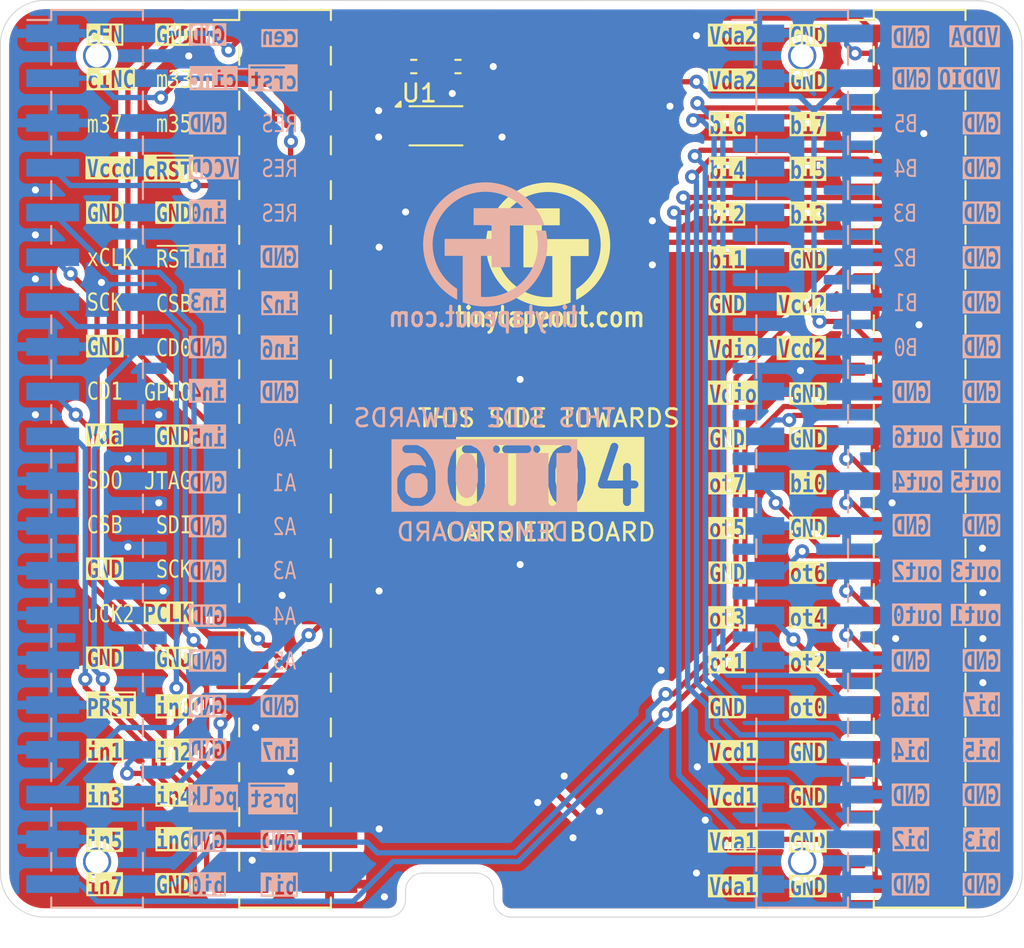
<source format=kicad_pcb>
(kicad_pcb (version 20240108) (generator "pcbnew") (generator_version "8.0")
  (layers (0 "F.Cu" signal) (31 "B.Cu" signal) (34 "B.Paste" user) (35 "F.Paste" user) (36 "B.SilkS" user "B.Silkscreen") (37 "F.SilkS" user "F.Silkscreen") (38 "B.Mask" user) (39 "F.Mask" user) (44 "Edge.Cuts" user))
  (net 0 "")
  (net 1 "GND")
  (net 2 "vdda")
  (net 3 "vccd")
  (net 4 "vddio")
  (net 5 "/hd_an5")
  (net 6 "/RES3")
  (net 7 "/hd_an1")
  (net 8 "/RES2")
  (net 9 "/hd_an2")
  (net 10 "/hd_an4")
  (net 11 "/hd_an3")
  (net 12 "/RES1")
  (net 13 "/hd_an0")
  (net 14 "/hd_an10")
  (net 15 "/hd_an11")
  (net 16 "/hd_an9")
  (net 17 "/hd_an6")
  (net 18 "/hd_an8")
  (net 19 "/hd_an7")
  (net 20 "c_ena")
  (net 21 "c_sel_rst")
  (net 22 "/xclk")
  (net 23 "/mio[33]")
  (net 24 "uin2")
  (net 25 "uin5")
  (net 26 "/JTAG{slash}mio[0]")
  (net 27 "uin4")
  (net 28 "/gpio")
  (net 29 "/Caravel_D0")
  (net 30 "/~{RST}")
  (net 31 "/SDI{slash}mio[2]")
  (net 32 "p_clk")
  (net 33 "c_sel_inc")
  (net 34 "/Caravel_CSB")
  (net 35 "/Caravel_SCK")
  (net 36 "/CSB{slash}mio[3]")
  (net 37 "uin1")
  (net 38 "/SDO{slash}mio[1]")
  (net 39 "uin3")
  (net 40 "/Caravel_D1")
  (net 41 "/SCK{slash}mio[4]")
  (net 42 "/usrclk2{slash}mio[5]")
  (net 43 "/mio[37]")
  (net 44 "p_rst")
  (net 45 "uin0")
  (net 46 "uin7")
  (net 47 "/mio[35]")
  (net 48 "uin6")
  (net 49 "uout1")
  (net 50 "uio3")
  (net 51 "uio4")
  (net 52 "uio6")
  (net 53 "uio5")
  (net 54 "uout3")
  (net 55 "uio2")
  (net 56 "uout4")
  (net 57 "uout6")
  (net 58 "uout5")
  (net 59 "uout7")
  (net 60 "uio0")
  (net 61 "uio1")
  (net 62 "uio7")
  (net 63 "uout0")
  (net 64 "uout2")
  (footprint "Resistor_SMD:R_0402_1005Metric" (layer "F.Cu") (at 121.465 90.75)
    (property "Reference" "R1" (hide yes))
    (property "Value" "1k")
  )
  (footprint "Connector_PinHeader_2.54mm:PinHeader_2x20_P2.54mm_Vertical_SMD" (layer "F.Cu") (at 150.163 113)
    (property "Reference" "TT04_CON2" (hide yes))
    (property "Value" "~")
  )
  (footprint "Package_DFN_QFN:DFN-8-1EP_3x2mm_P0.5mm_EP1.75x1.45mm" (layer "F.Cu") (at 122.725 94.1125)
    (property "Reference" "U1")
    (property "Value" "24LC02")
  )
  (footprint "Logos:TT_logo" (layer "F.Cu") (at 129.125 100.9)
    (property "Reference" "TTLOGO" (hide yes))
    (property "Value" "TT_logo" (hide yes))
  )
  (footprint "Connector_PinHeader_2.54mm:PinHeader_2x20_P2.54mm_Vertical_SMD" (layer "F.Cu") (at 114.163 113)
    (property "Reference" "TT04_CON1" (hide yes))
    (property "Value" "~")
  )
  (footprint "Resistor_SMD:R_0402_1005Metric" (layer "F.Cu") (at 123.975 90.75)
    (property "Reference" "R2" (hide yes))
    (property "Value" "1k")
  )
  (footprint "TinyTapeout:FH-00148_PinSocket_2x20_P2.54mm" (layer "B.Cu") (at 143.5 113 180)
    (property "Reference" "TT06_CON2" (hide yes))
    (property "Value" "~")
  )
  (footprint "TinyTapeout:FH-00148_PinSocket_2x20_P2.54mm" (layer "B.Cu") (at 103.5 113 180)
    (property "Reference" "TT06_CON1" (hide yes))
    (property "Value" "~")
  )
  (footprint "Logos:TT_logo" (layer "B.Cu") (at 125.48 100.89 180)
    (property "Reference" "TTLOGO" (hide yes))
    (property "Value" "TT_logo" (hide yes))
  )
  (gr_arc (start 121 137.5) (mid 121.292893 136.792893) (end 122 136.5) (stroke (width 0.05)) (layer "Edge.Cuts"))
  (gr_arc (start 127 139) (mid 126.292893 138.707107) (end 126 138) (stroke (width 0.05)) (layer "Edge.Cuts"))
  (gr_line (start 126 138) (end 126 137.5) (stroke (width 0.05)) (layer "Edge.Cuts"))
  (gr_arc (start 100.517767 139) (mid 98.75 138.267767) (end 98.017767 136.5) (stroke (width 0.05)) (layer "Edge.Cuts"))
  (gr_arc (start 98.017767 89.5) (mid 98.75 87.732233) (end 100.517767 87) (stroke (width 0.05)) (layer "Edge.Cuts"))
  (gr_arc (start 125 136.5) (mid 125.707107 136.792893) (end 126 137.5) (stroke (width 0.05)) (layer "Edge.Cuts"))
  (gr_line (start 100.517767 87) (end 153.482233 87.018) (stroke (width 0.05)) (layer "Edge.Cuts"))
  (gr_line (start 153.482233 139) (end 127 139) (stroke (width 0.05)) (layer "Edge.Cuts"))
  (gr_arc (start 121 138) (mid 120.707107 138.707107) (end 120 139) (stroke (width 0.05)) (layer "Edge.Cuts"))
  (gr_line (start 100.517767 139) (end 120 139) (stroke (width 0.05)) (layer "Edge.Cuts"))
  (gr_line (start 121 137.5) (end 121 138) (stroke (width 0.05)) (layer "Edge.Cuts"))
  (gr_line (start 98.017767 136.5) (end 98.017767 89.5) (stroke (width 0.05)) (layer "Edge.Cuts"))
  (gr_arc (start 155.982233 136.5) (mid 155.25 138.267767) (end 153.482233 139) (stroke (width 0.05)) (layer "Edge.Cuts"))
  (gr_arc (start 153.482233 87.018) (mid 155.237272 87.744961) (end 155.964233 89.5) (stroke (width 0.05)) (layer "Edge.Cuts"))
  (gr_line (start 125 136.5) (end 122 136.5) (stroke (width 0.05)) (layer "Edge.Cuts"))
  (gr_line (start 155.964233 89.5) (end 155.982233 136.5) (stroke (width 0.05)) (layer "Edge.Cuts"))
  (gr_text "GND" (at 114.8588 127.7112 -0) (layer "B.SilkS" knockout) (effects (font (size 1 0.8) (thickness 0.127) (bold yes)) (justify left bottom mirror)))
  (gr_text "GND" (at 108.7628 135.345727 -0) (layer "B.SilkS" knockout) (effects (font (size 1 0.8) (thickness 0.127) (bold yes)) (justify right bottom mirror)))
  (gr_text "VDDA" (at 154.6352 89.7128 -0) (layer "B.SilkS" knockout) (effects (font (size 1 0.8) (thickness 0.127) (bold yes)) (justify left bottom mirror)))
  (gr_text "bi1" (at 114.8588 137.8892 -0) (layer "B.SilkS" knockout) (effects (font (size 1 0.8) (thickness 0.127) (bold yes)) (justify left bottom mirror)))
  (gr_text "GND" (at 108.7628 107.3404 -0) (layer "B.SilkS" knockout) (effects (font (size 1 0.8) (thickness 0.127) (bold yes)) (justify right bottom mirror)))
  (gr_text "GND" (at 148.6408 89.74 -0) (layer "B.SilkS" knockout) (effects (font (size 1 0.8) (thickness 0.127) (bold yes)) (justify right bottom mirror)))
  (gr_text "in7" (at 114.8588 130.2512 -0) (layer "B.SilkS" knockout) (effects (font (size 1 0.8) (thickness 0.127) (bold yes)) (justify left bottom mirror)))
  (gr_text "A2" (at 114.808 117.5004 0) (layer "B.SilkS") (effects (font (size 1 0.8) (thickness 0.1)) (justify left bottom mirror)))
  (gr_text "GND" (at 154.686 125.1204 -0) (layer "B.SilkS" knockout) (effects (font (size 1 0.8) (thickness 0.127) (bold yes)) (justify left bottom mirror)))
  (gr_text "tinytapeout.com" (at 125.405 105.59 0) (layer "B.SilkS") (effects (font (size 1.1 0.9) (thickness 0.18) (bold yes)) (justify bottom mirror)))
  (gr_text "GND" (at 108.7628 125.1204 -0) (layer "B.SilkS" knockout) (effects (font (size 1 0.8) (thickness 0.127) (bold yes)) (justify right bottom mirror)))
  (gr_text "VCCD" (at 108.7628 97.187595 -0) (layer "B.SilkS" knockout) (effects (font (size 1 0.8) (thickness 0.127) (bold yes)) (justify right bottom mirror)))
  (gr_text "bi4" (at 148.6408 130.2512 -0) (layer "B.SilkS" knockout) (effects (font (size 1 0.8) (thickness 0.127) (bold yes)) (justify right bottom mirror)))
  (gr_text "out2" (at 148.6408 120.0404 -0) (layer "B.SilkS" knockout) (effects (font (size 1 0.8) (thickness 0.127) (bold yes)) (justify right bottom mirror)))
  (gr_text "DEMO BOARD" (at 125.38 117.74 0) (layer "B.SilkS") (effects (font (size 1 1)) (justify bottom mirror)))
  (gr_text "GND" (at 108.7628 127.7112 -0) (layer "B.SilkS" knockout) (effects (font (size 1 0.8) (thickness 0.127) (bold yes)) (justify right bottom mirror)))
  (gr_text "in3" (at 108.7628 104.76399 -0) (layer "B.SilkS" knockout) (effects (font (size 1 0.8) (thickness 0.127) (bold yes)) (justify right bottom mirror)))
  (gr_text "GND" (at 154.686 132.7404 -0) (layer "B.SilkS" knockout) (effects (font (size 1 0.8) (thickness 0.127) (bold yes)) (justify left bottom mirror)))
  (gr_text "GND" (at 148.6408 137.8204 -0) (layer "B.SilkS" knockout) (effects (font (size 1 0.8) (thickness 0.127) (bold yes)) (justify right bottom mirror)))
  (gr_text "B3" (at 148.6408 99.7204 0) (layer "B.SilkS") (effects (font (size 1 0.8) (thickness 0.1)) (justify right bottom mirror)))
  (gr_text "A0" (at 114.808 112.4592 0) (layer "B.SilkS") (effects (font (size 1 0.8) (thickness 0.1)) (justify left bottom mirror)))
  (gr_text "RES" (at 114.8588 97.1804 0) (layer "B.SilkS") (effects (font (size 1 0.8) (thickness 0.1)) (justify left bottom mirror)))
  (gr_text "bi6" (at 148.6408 127.6604 -0) (layer "B.SilkS" knockout) (effects (font (size 1 0.8) (thickness 0.127) (bold yes)) (justify right bottom mirror)))
  (gr_text "GND" (at 108.7628 120.0404 -0) (layer "B.SilkS" knockout) (effects (font (size 1 0.8) (thickness 0.127) (bold yes)) (justify right bottom mirror)))
  (gr_text "in0" (at 108.7628 99.71306 -0) (layer "B.SilkS" knockout) (effects (font (size 1 0.8) (thickness 0.127) (bold yes)) (justify right bottom mirror)))
  (gr_text "GND" (at 148.6916 92.1004 -0) (layer "B.SilkS" knockout) (effects (font (size 1 0.8) (thickness 0.127) (bold yes)) (justify right bottom mirror)))
  (gr_text "B0" (at 148.6916 107.3404 0) (layer "B.SilkS") (effects (font (size 1 0.8) (thickness 0.1)) (justify right bottom mirror)))
  (gr_text "GND" (at 154.686 109.8804 -0) (layer "B.SilkS" knockout) (effects (font (size 1 0.8) (thickness 0.127) (bold yes)) (justify left bottom mirror)))
  (gr_text "B4" (at 148.6916 97.1804 0) (layer "B.SilkS") (effects (font (size 1 0.8) (thickness 0.1)) (justify right bottom mirror)))
  (gr_text "GND" (at 154.686 94.6404 -0) (layer "B.SilkS" knockout) (effects (font (size 1 0.8) (thickness 0.127) (bold yes)) (justify left bottom mirror)))
  (gr_text "GND" (at 148.6916 117.4496 -0) (layer "B.SilkS" knockout) (effects (font (size 1 0.8) (thickness 0.127) (bold yes)) (justify right bottom mirror)))
  (gr_text "GND" (at 148.6408 132.7404 -0) (layer "B.SilkS" knockout) (effects (font (size 1 0.8) (thickness 0.127) (bold yes)) (justify right bottom mirror)))
  (gr_text "GND" (at 114.8588 135.378254 -0) (layer "B.SilkS" knockout) (effects (font (size 1 0.8) (thickness 0.127) (bold yes)) (justify left bottom mirror)))
  (gr_text "GND" (at 154.686 97.1804 -0) (layer "B.SilkS" knockout) (effects (font (size 1 0.8) (thickness 0.127) (bold yes)) (justify left bottom mirror)))
  (gr_text "GND" (at 154.686 117.4496 -0) (layer "B.SilkS" knockout) (effects (font (size 1 0.8) (thickness 0.127) (bold yes)) (justify left bottom mirror)))
  (gr_text "RES" (at 114.8588 99.7204 0) (layer "B.SilkS") (effects (font (size 1 0.8) (thickness 0.1)) (justify left bottom mirror)))
  (gr_text "A5" (at 114.808 125.1204 0) (layer "B.SilkS") (effects (font (size 1 0.8) (thickness 0.1)) (justify left bottom mirror)))
  (gr_text "cen" (at 114.8588 89.6892 -0) (layer "B.SilkS" knockout) (effects (font (size 1 0.8) (thickness 0.127) (bold yes)) (justify left bottom mirror)))
  (gr_text "pclk" (at 108.7688 132.820262 -0) (layer "B.SilkS" knockout) (effects (font (size 1 0.8) (thickness 0.127) (bold yes)) (justify right bottom mirror)))
  (gr_text "B1" (at 148.6916 104.8004 0) (layer "B.SilkS") (effects (font (size 1 0.8) (thickness 0.1)) (justify right bottom mirror)))
  (gr_text "p~{rst}" (at 114.8588 132.9436 -0) (layer "B.SilkS" knockout) (effects (font (size 1 0.8) (thickness 0.127) (bold yes)) (justify left bottom mirror)))
  (gr_text "VDDIO" (at 154.6352 92.1004 -0) (layer "B.SilkS" knockout) (effects (font (size 1 0.8) (thickness 0.127) (bold yes)) (justify left bottom mirror)))
  (gr_text "out0" (at 148.6408 122.5296 -0) (layer "B.SilkS" knockout) (effects (font (size 1 0.8) (thickness 0.127) (bold yes)) (justify right bottom mirror)))
  (gr_text "GND" (at 154.686 104.8004 -0) (layer "B.SilkS" knockout) (effects (font (size 1 0.8) (thickness 0.127) (bold yes)) (justify left bottom mirror)))
  (gr_text "GND" (at 148.6916 109.8804 -0) (layer "B.SilkS" knockout) (effects (font (size 1 0.8) (thickness 0.127) (bold yes)) (justify right bottom mirror)))
  (gr_text "out1" (at 154.686 122.5296 -0) (layer "B.SilkS" knockout) (effects (font (size 1 0.8) (thickness 0.127) (bold yes)) (justify left bottom mirror)))
  (gr_text "B2" (at 148.6408 102.2604 0) (layer "B.SilkS") (effects (font (size 1 0.8) (thickness 0.1)) (justify right bottom mirror)))
  (gr_text "out5" (at 154.686 114.9604 -0) (layer "B.SilkS" knockout) (effects (font (size 1 0.8) (thickness 0.127) (bold yes)) (justify left bottom mirror)))
  (gr_text "GND" (at 108.7628 94.6404 -0) (layer "B.SilkS" knockout) (effects (font (size 1 0.8) (thickness 0.127) (bold yes)) (justify right bottom mirror)))
  (gr_text "B5" (at 148.6916 94.6404 0) (layer "B.SilkS") (effects (font (size 1 0.8) (thickness 0.1)) (justify right bottom mirror)))
  (gr_text "GND" (at 114.8588 102.2096 -0) (layer "B.SilkS" knockout) (effects (font (size 1 0.8) (thickness 0.127) (bold yes)) (justify left bottom mirror)))
  (gr_text "GND" (at 154.686 137.8204 -0) (layer "B.SilkS" knockout) (effects (font (size 1 0.8) (thickness 0.127) (bold yes)) (justify left bottom mirror)))
  (gr_text "GND" (at 154.686 102.2604 -0) (layer "B.SilkS" knockout) (effects (font (size 1 0.8) (thickness 0.127) (bold yes)) (justify left bottom mirror)))
  (gr_text "in6" (at 114.8588 107.42362 -0) (layer "B.SilkS" knockout) (effects (font (size 1 0.8) (thickness 0.127) (bold yes)) (justify left bottom mirror)))
  (gr_text "c~{rst}" (at 114.8588 92.20013 -0) (layer "B.SilkS" knockout) (effects (font (size 1 0.8) (thickness 0.127) (bold yes)) (justify left bottom mirror)))
  (gr_text "A3" (at 114.808 119.9896 0) (layer "B.SilkS") (effects (font (size 1 0.8) (thickness 0.1)) (justify left bottom mirror)))
  (gr_text "GND" (at 114.8588 109.8804 -0) (layer "B.SilkS" knockout) (effects (font (size 1 0.8) (thickness 0.127) (bold yes)) (justify left bottom mirror)))
  (gr_text "GND" (at 148.6408 125.1204 -0) (layer "B.SilkS" knockout) (effects (font (size 1 0.8) (thickness 0.127) (bold yes)) (justify right bottom mirror)))
  (gr_text "in5" (at 108.7628 112.4712 -0) (layer "B.SilkS" knockout) (effects (font (size 1 0.8) (thickness 0.127) (bold yes)) (justify right bottom mirror)))
  (gr_text "GND" (at 108.7688 130.1732 0) (layer "B.SilkS" knockout) (effects (font (size 1 0.8) (thickness 0.127) (bold yes)) (justify right bottom mirror)))
  (gr_text "bi5" (at 154.686 130.2512 -0) (layer "B.SilkS" knockout) (effects (font (size 1 0.8) (thickness 0.127) (bold yes)) (justify left bottom mirror)))
  (gr_text "out7" (at 154.686 112.4204 -0) (layer "B.SilkS" knockout) (effects (font (size 1 0.8) (thickness 0.127) (bold yes)) (justify left bottom mirror)))
  (gr_text "out3" (at 154.686 120.0404 -0) (layer "B.SilkS" knockout) (effects (font (size 1 0.8) (thickness 0.127) (bold yes)) (justify left bottom mirror)))
  (gr_text "bi2" (at 148.6408 135.3076 -0) (layer "B.SilkS" knockout) (effects (font (size 1 0.8) (thickness 0.127) (bold yes)) (justify right bottom mirror)))
  (gr_text "A4" (at 114.808 122.5804 0) (layer "B.SilkS") (effects (font (size 1 0.8) (thickness 0.1)) (justify left bottom mirror)))
  (gr_text "out6" (at 148.6916 112.4204 -0) (layer "B.SilkS" knockout) (effects (font (size 1 0.8) (thickness 0.127) (bold yes)) (justify right bottom mirror)))
  (gr_text "GND" (at 108.7628 117.5004 -0) (layer "B.SilkS" knockout) (effects (font (size 1 0.8) (thickness 0.127) (bold yes)) (justify right bottom mirror)))
  (gr_text "RES" (at 114.8588 94.6404 0) (layer "B.SilkS") (effects (font (size 1 0.8) (thickness 0.1)) (justify left bottom mirror)))
  (gr_text "in1" (at 108.7628 102.238525 -0) (layer "B.SilkS" knockout) (effects (font (size 1 0.8) (thickness 0.127) (bold yes)) (justify right bottom mirror)))
  (gr_text "THIS SIDE TOWARDS" (at 125.475 111.27 -0) (layer "B.SilkS") (effects (font (size 1 1)) (justify bottom mirror)))
  (gr_text "TT06" (at 125.33 115.84 0) (layer "B.SilkS" knockout) (effects (font (size 3 3) (thickness 0.45)) (justify bottom mirror)))
  (gr_text "GND" (at 154.686 99.7204 -0) (layer "B.SilkS" knockout) (effects (font (size 1 0.8) (thickness 0.127) (bold yes)) (justify left bottom mirror)))
  (gr_text "cinc" (at 108.7628 92.136665 -0) (layer "B.SilkS" knockout) (effects (font (size 1 0.8) (thickness 0.127) (bold yes)) (justify right bottom mirror)))
  (gr_text "in2" (at 114.8588 104.91269 -0) (layer "B.SilkS" knockout) (effects (font (size 1 0.8) (thickness 0.127) (bold yes)) (justify left bottom mirror)))
  (gr_text "GND" (at 108.7628 89.6112 -0) (layer "B.SilkS" knockout) (effects (font (size 1 0.8) (thickness 0.127) (bold yes)) (justify right bottom mirror)))
  (gr_text "GND" (at 108.7628 115.0112 -0) (layer "B.SilkS" knockout) (effects (font (size 1 0.8) (thickness 0.127) (bold yes)) (justify right bottom mirror)))
  (gr_text "GND" (at 154.686 107.3404 -0) (layer "B.SilkS" knockout) (effects (font (size 1.05 0.8) (thickness 0.127) (bold yes)) (justify left bottom mirror)))
  (gr_text "in4" (at 108.7628 109.8804 -0) (layer "B.SilkS" knockout) (effects (font (size 1 0.8) (thickness 0.127) (bold yes)) (justify right bottom mirror)))
  (gr_text "GND" (at 108.7628 122.5804 -0) (layer "B.SilkS" knockout) (effects (font (size 1 0.8) (thickness 0.127) (bold yes)) (justify right bottom mirror)))
  (gr_text "bi7" (at 154.686 127.6604 -0) (layer "B.SilkS" knockout) (effects (font (size 1 0.8) (thickness 0.127) (bold yes)) (justify left bottom mirror)))
  (gr_text "bi0" (at 108.7628 137.8712 -0) (layer "B.SilkS" knockout) (effects (font (size 1 0.8) (thickness 0.127) (bold yes)) (justify right bottom mirror)))
  (gr_text "bi3" (at 154.686 135.3312 -0) (layer "B.SilkS" knockout) (effects (font (size 1 0.8) (thickness 0.127) (bold yes)) (justify left bottom mirror)))
  (gr_text "out4" (at 148.6916 114.9604 -0) (layer "B.SilkS" knockout) (effects (font (size 1 0.8) (thickness 0.127) (bold yes)) (justify right bottom mirror)))
  (gr_text "A1" (at 114.808 115.0112 0) (layer "B.SilkS") (effects (font (size 1 0.8) (thickness 0.1)) (justify left bottom mirror)))
  (gr_text "ot1" (at 138.2308 125.222 0) (layer "F.SilkS" knockout) (effects (font (size 1 0.8) (thickness 0.127) (bold yes)) (justify left bottom)))
  (gr_text "bi3" (at 144.8308 99.822 0) (layer "F.SilkS" knockout) (effects (font (size 1 0.8) (thickness 0.127) (bold yes)) (justify right bottom)))
  (gr_text "GND" (at 138.2308 127.762 0) (layer "F.SilkS" knockout) (effects (font (size 1 0.8) (thickness 0.127) (bold yes)) (justify left bottom)))
  (gr_text "CSB" (at 102.9208 117.391315 0) (layer "F.SilkS") (effects (font (size 1 0.8) (thickness 0.1)) (justify left bottom)))
  (gr_text "THIS SIDE TOWARDS" (at 129.13 111.28 0) (layer "F.SilkS") (effects (font (size 1 1)) (justify bottom)))
  (gr_text "GND" (at 144.8308 89.662 0) (layer "F.SilkS" knockout) (effects (font (size 1 0.8) (thickness 0.127) (bold yes)) (justify right bottom)))
  (gr_text "xCLK" (at 102.9208 102.238525 0) (layer "F.SilkS") (effects (font (size 1 0.8) (thickness 0.1)) (justify left bottom)))
  (gr_text "bi4" (at 138.2308 97.282 0) (layer "F.SilkS" knockout) (effects (font (size 1 0.8) (thickness 0.127) (bold yes)) (justify left bottom)))
  (gr_text "bi6" (at 138.2308 94.742 0) (layer "F.SilkS" knockout) (effects (font (size 1 0.8) (thickness 0.127) (bold yes)) (justify left bottom)))
  (gr_text "ot0" (at 144.8308 127.762 0) (layer "F.SilkS" knockout) (effects (font (size 1 0.8) (thickness 0.127) (bold yes)) (justify right bottom)))
  (gr_text "JTAG" (at 108.8644 114.88761 0) (layer "F.SilkS") (effects (font (size 1 0.8) (thickness 0.1)) (justify right bottom)))
  (gr_text "ot3" (at 138.2308 122.682 0) (layer "F.SilkS" knockout) (effects (font (size 1 0.8) (thickness 0.127) (bold yes)) (justify left bottom)))
  (gr_text "GND" (at 144.8308 117.602 0) (layer "F.SilkS" knockout) (effects (font (size 1 0.8) (thickness 0.127) (bold yes)) (justify right bottom)))
  (gr_text "in1" (at 102.9208 130.294797 0) (layer "F.SilkS" knockout) (effects (font (size 1 0.8) (thickness 0.127) (bold yes)) (justify left bottom)))
  (gr_text "cINC" (at 102.9208 92.136665 0) (layer "F.SilkS" knockout) (effects (font (size 1 0.8) (thickness 0.127) (bold yes)) (justify left bottom)))
  (gr_text "Vdio" (at 138.2308 109.982 0) (layer "F.SilkS" knockout) (effects (font (size 1 0.8) (thickness 0.127) (bold yes)) (justify left bottom)))
  (gr_text "ot7" (at 138.2308 115.062 0) (layer "F.SilkS" knockout) (effects (font (size 1 0.8) (thickness 0.127) (bold yes)) (justify left bottom)))
  (gr_text "~{RST}" (at 108.8644 102.3204 0) (layer "F.SilkS") (effects (font (size 1 0.8) (thickness 0.1)) (justify right bottom)))
  (gr_text "cEN" (at 102.9208 89.6112 0) (layer "F.SilkS" knockout) (effects (font (size 1 0.8) (thickness 0.127) (bold yes)) (justify left bottom)))
  (gr_text "GND" (at 108.8644 137.8204 0) (layer "F.SilkS" knockout) (effects (font (size 1 0.8) (thickness 0.127) (bold yes)) (justify right bottom)))
  (gr_text "GND" (at 138.2308 112.522 0) (layer "F.SilkS" knockout) (effects (font (size 1 0.8) (thickness 0.127) (bold yes)) (justify left bottom)))
  (gr_text "Vda1" (at 138.2308 135.382 0) (layer "F.SilkS" knockout) (effects (font (size 1 0.8) (thickness 0.127) (bold yes)) (justify left bottom)))
  (gr_text "in2" (at 108.8644 130.287594 0) (layer "F.SilkS" knockout) (effects (font (size 1 0.8) (thickness 0.127) (bold yes)) (justify right bottom)))
  (gr_text "GND" (at 144.8308 137.922 0) (layer "F.SilkS" knockout) (effects (font (size 1 0.8) (thickness 0.127) (bold yes)) (justify right bottom)))
  (gr_text "GND" (at 108.8644 124.9804 0) (layer "F.SilkS" knockout) (effects (font (size 1 0.8) (thickness 0.127) (bold yes)) (justify right bottom)))
  (gr_text "CSB" (at 108.8644 104.84389 0) (layer "F.SilkS") (effects (font (size 1 0.8) (thickness 0.1)) (justify right bottom)))
  (gr_text "bi5" (at 144.8308 97.282 0) (layer "F.SilkS" knockout) (effects (font (size 1 0.8) (thickness 0.127) (bold yes)) (justify right bottom)))
  (gr_text "GND" (at 102.9208 124.96771 0) (layer "F.SilkS" knockout) (effects (font (size 1 0.8) (thickness 0.127) (bold yes)) (justify left bottom)))
  (gr_text "GND" (at 144.8308 130.302 0) (layer "F.SilkS" knockout) (effects (font (size 1 0.8) (thickness 0.127) (bold yes)) (justify right bottom)))
  (gr_text "GND" (at 138.2308 120.142 0) (layer "F.SilkS" knockout) (effects (font (size 1 0.8) (thickness 0.127) (bold yes)) (justify left bottom)))
  (gr_text "ot6" (at 144.8308 120.142 0) (layer "F.SilkS" knockout) (effects (font (size 1 0.8) (thickness 0.127) (bold yes)) (justify right bottom)))
  (gr_text "Vdio" (at 138.2308 107.442 0) (layer "F.SilkS" knockout) (effects (font (size 1 0.8) (thickness 0.127) (bold yes)) (justify left bottom)))
  (gr_text "in3" (at 102.9208 132.820262 0) (layer "F.SilkS" knockout) (effects (font (size 1 0.8) (thickness 0.127) (bold yes)) (justify left bottom)))
  (gr_text "Vcd2" (at 144.8308 104.902 0) (layer "F.SilkS" knockout) (effects (font (size 1 0.8) (thickness 0.127) (bold yes)) (justify right bottom)))
  (gr_text "in5" (at 102.9208 135.345727 0) (layer "F.SilkS" knockout) (effects (font (size 1 0.8) (thickness 0.127) (bold yes)) (justify left bottom)))
  (gr_text "GND" (at 108.8644 89.6204 0) (layer "F.SilkS" knockout) (effects (font (size 1 0.8) (thickness 0.127) (bold yes)) (justify right bottom)))
  (gr_text "P~{RST}" (at 102.9208 127.769332 0) (layer "F.SilkS" knockout) (effects (font (size 1 0.8) (thickness 0.127) (bold yes)) (justify left bottom)))
  (gr_text "Vcd1" (at 138.2308 130.302 0) (layer "F.SilkS" knockout) (effects (font (size 1 0.8) (thickness 0.127) (bold yes)) (justify left bottom)))
  (gr_text "Vda2" (at 138.2308 92.202 0) (layer "F.SilkS" knockout) (effects (font (size 1 0.8) (thickness 0.127) (bold yes)) (justify left bottom)))
  (gr_text "m37" (at 102.9208 94.66213 0) (layer "F.SilkS") (effects (font (size 1 0.8) (thickness 0.1)) (justify left bottom)))
  (gr_text "GND" (at 144.8308 112.522 0) (layer "F.SilkS" knockout) (effects (font (size 1 0.8) (thickness 0.127) (bold yes)) (justify right bottom)))
  (gr_text "ot4" (at 144.8308 122.682 0) (layer "F.SilkS" knockout) (effects (font (size 1 0.8) (thickness 0.127) (bold yes)) (justify right bottom)))
  (gr_text "GND" (at 144.8308 132.842 0) (layer "F.SilkS" knockout) (effects (font (size 1 0.8) (thickness 0.127) (bold yes)) (justify right bottom)))
  (gr_text "ot5" (at 138.2308 117.602 0) (layer "F.SilkS" knockout) (effects (font (size 1 0.8) (thickness 0.127) (bold yes)) (justify left bottom)))
  (gr_text "GND" (at 108.8644 99.7204 0) (layer "F.SilkS" knockout) (effects (font (size 1 0.8) (thickness 0.127) (bold yes)) (justify right bottom)))
  (gr_text "in0" (at 108.8644 127.776664 0) (layer "F.SilkS" knockout) (effects (font (size 1 0.8) (thickness 0.127) (bold yes)) (justify right bottom)))
  (gr_text "ot2" (at 144.8308 125.222 0) (layer "F.SilkS" knockout) (effects (font (size 1 0.8) (thickness 0.127) (bold yes)) (justify right bottom)))
  (gr_text "Vda1" (at 138.2308 137.922 0) (layer "F.SilkS" knockout) (effects (font (size 1 0.8) (thickness 0.127) (bold yes)) (justify left bottom)))
  (gr_text "TT04" (at 129.275 115.85 0) (layer "F.SilkS" knockout) (effects (font (size 3 3) (thickness 0.45)) (justify bottom)))
  (gr_text "GND" (at 138.2308 104.902 0) (layer "F.SilkS" knockout) (effects (font (size 1 0.8) (thickness 0.127) (bold yes)) (justify left bottom)))
  (gr_text "SDI" (at 108.8644 117.39854 0) (layer "F.SilkS") (effects (font (size 1 0.8) (thickness 0.1)) (justify right bottom)))
  (gr_text "bi7" (at 144.8308 94.742 0) (layer "F.SilkS" knockout) (effects (font (size 1 0.8) (thickness 0.127) (bold yes)) (justify right bottom)))
  (gr_text "GND" (at 102.9208 119.91678 0) (layer "F.SilkS" knockout) (effects (font (size 1 0.8) (thickness 0.127) (bold yes)) (justify left bottom)))
  (gr_text "bi0" (at 144.8308 115.062 0) (layer "F.SilkS" knockout) (effects (font (size 1 0.8) (thickness 0.127) (bold yes)) (justify right bottom)))
  (gr_text "tinytapeout.com" (at 129.2 105.6 -0) (layer "F.SilkS") (effects (font (size 1.1 0.9) (thickness 0.18) (bold yes)) (justify bottom)))
  (gr_text "PCLK" (at 108.8644 122.4204 0) (layer "F.SilkS" knockout) (effects (font (size 1 0.8) (thickness 0.127) (bold yes)) (justify right bottom)))
  (gr_text "Vccd" (at 102.9208 97.187595 0) (layer "F.SilkS" knockout) (effects (font (size 1 0.8) (thickness 0.127) (bold yes)) (justify left bottom)))
  (gr_text "GND" (at 144.8308 109.982 0) (layer "F.SilkS" knockout) (effects (font (size 1 0.8) (thickness 0.127) (bold yes)) (justify right bottom)))
  (gr_text "in4" (at 108.8644 132.798524 0) (layer "F.SilkS" knockout) (effects (font (size 1 0.8) (thickness 0.127) (bold yes)) (justify right bottom)))
  (gr_text "GND" (at 144.8308 135.382 0) (layer "F.SilkS" knockout) (effects (font (size 1 0.8) (thickness 0.127) (bold yes)) (justify right bottom)))
  (gr_text "m33" (at 108.8644 92.13133 0) (layer "F.SilkS") (effects (font (size 1 0.8) (thickness 0.1)) (justify right bottom)))
  (gr_text "Vda2" (at 138.2308 89.662 0) (layer "F.SilkS" knockout) (effects (font (size 1 0.8) (thickness 0.127) (bold yes)) (justify left bottom)))
  (gr_text "in6" (at 108.8644 135.309454 0) (layer "F.SilkS" knockout) (effects (font (size 1 0.8) (thickness 0.127) (bold yes)) (justify right bottom)))
  (gr_text "c~{RST}" (at 108.8644 97.3204 0) (layer "F.SilkS" knockout) (effects (font (size 1 0.8) (thickness 0.127) (bold yes)) (justify right bottom)))
  (gr_text "Vcd2" (at 144.8308 107.442 0) (layer "F.SilkS" knockout) (effects (font (size 1.05 0.8) (thickness 0.127) (bold yes)) (justify right bottom)))
  (gr_text "GND" (at 108.8644 112.37668 0) (layer "F.SilkS" knockout) (effects (font (size 1 0.8) (thickness 0.127) (bold yes)) (justify right bottom)))
  (gr_text "SDO" (at 102.9208 114.86585 0) (layer "F.SilkS") (effects (font (size 1 0.8) (thickness 0.1)) (justify left bottom)))
  (gr_text "m35" (at 108.8644 94.64226 0) (layer "F.SilkS") (effects (font (size 1 0.8) (thickness 0.1)) (justify right bottom)))
  (gr_text "GPIO" (at 108.8644 109.86575 0) (layer "F.SilkS") (effects (font (size 1 0.8) (thickness 0.1)) (justify right bottom)))
  (gr_text "CD1" (at 102.9208 109.81492 0) (layer "F.SilkS") (effects (font (size 1 0.8) (thickness 0.1)) (justify left bottom)))
  (gr_text "CD0" (at 108.8644 107.35482 0) (layer "F.SilkS") (effects (font (size 1 0.8) (thickness 0.1)) (justify right bottom)))
  (gr_text "uCK2" (at 102.9208 122.442245 0) (layer "F.SilkS") (effects (font (size 1 0.8) (thickness 0.1)) (justify left bottom)))
  (gr_text "GND" (at 144.8308 92.202 0) (layer "F.SilkS" knockout) (effects (font (size 1 0.8) (thickness 0.127) (bold yes)) (justify right bottom)))
  (gr_text "bi1" (at 138.2308 102.362 0) (layer "F.SilkS" knockout) (effects (font (size 1 0.8) (thickness 0.127) (bold yes)) (justify left bottom)))
  (gr_text "CARRIER BOARD" (at 129.225 117.75 0) (layer "F.SilkS") (effects (font (size 1 1)) (justify bottom)))
  (gr_text "GND" (at 102.9208 107.289455 0) (layer "F.SilkS" knockout) (effects (font (size 1 0.8) (thickness 0.127) (bold yes)) (justify left bottom)))
  (gr_text "bi2" (at 138.2308 99.822 0) (layer "F.SilkS" knockout) (effects (font (size 1 0.8) (thickness 0.127) (bold yes)) (justify left bottom)))
  (gr_text "Vda" (at 102.9208 112.340385 0) (layer "F.SilkS" knockout) (effects (font (size 1 0.8) (thickness 0.127) (bold yes)) (justify left bottom)))
  (gr_text "Vcd1" (at 138.2308 132.842 0) (layer "F.SilkS" knockout) (effects (font (size 1 0.8) (thickness 0.127) (bold yes)) (justify left bottom)))
  (gr_text "GND" (at 144.8308 102.362 0) (layer "F.SilkS" knockout) (effects (font (size 1 0.8) (thickness 0.127) (bold yes)) (justify right bottom)))
  (gr_text "SCK" (at 102.9208 104.76399 0) (layer "F.SilkS") (effects (font (size 1 0.8) (thickness 0.1)) (justify left bottom)))
  (gr_text "GND" (at 102.9208 99.71306 0) (layer "F.SilkS" knockout) (effects (font (size 1 0.8) (thickness 0.127) (bold yes)) (justify left bottom)))
  (gr_text "in7" (at 102.9208 137.8712 0) (layer "F.SilkS" knockout) (effects (font (size 1 0.8) (thickness 0.127) (bold yes)) (justify left bottom)))
  (gr_text "SCK" (at 108.8644 119.90947 0) (layer "F.SilkS") (effects (font (size 1 0.8) (thickness 0.1)) (justify right bottom)))
  (segment (start 119.5875 94.8625) (end 119.475 94.75) (width 0.3) (layer "F.Cu") (net 1))
  (segment (start 124.175 93.8625) (end 125.5875 93.8625) (width 0.3) (layer "F.Cu") (net 1))
  (segment (start 149.935 104.11) (end 150.125 104.3) (width 0.3) (layer "F.Cu") (net 1))
  (segment (start 122.725 93.2) (end 122.725 94.1125) (width 0.3) (layer "F.Cu") (net 1))
  (segment (start 120.0875 93.8625) (end 119.475 93.25) (width 0.3) (layer "F.Cu") (net 1))
  (segment (start 119.8625 94.3625) (end 119.475 94.75) (width 0.3) (layer "F.Cu") (net 1))
  (segment (start 119.5875 93.3625) (end 119.475 93.25) (width 0.3) (layer "F.Cu") (net 1))
  (segment (start 121.275 94.3625) (end 119.8625 94.3625) (width 0.3) (layer "F.Cu") (net 1))
  (segment (start 147.638 104.11) (end 149.935 104.11) (width 0.3) (layer "F.Cu") (net 1))
  (segment (start 121.275 93.3625) (end 119.5875 93.3625) (width 0.3) (layer "F.Cu") (net 1))
  (segment (start 121.275 93.8625) (end 120.0875 93.8625) (width 0.3) (layer "F.Cu") (net 1))
  (segment (start 150.125 104.3) (end 150.125 105.4) (width 0.3) (layer "F.Cu") (net 1))
  (segment (start 121.275 94.8625) (end 119.5875 94.8625) (width 0.3) (layer "F.Cu") (net 1))
  (segment (start 123.65 92.275) (end 122.725 93.2) (width 0.3) (layer "F.Cu") (net 1))
  (segment (start 111.18 124.43) (end 111.638 124.43) (width 0.3) (layer "F.Cu") (net 1))
  (segment (start 125.5875 93.8625) (end 126.475 94.75) (width 0.3) (layer "F.Cu") (net 1))
  (segment (start 107.25 120.5) (end 111.18 124.43) (width 0.3) (layer "F.Cu") (net 1))
  (via (at 150.4 94.55) (size 0.8) (drill 0.4) (layers "F.Cu" "B.Cu") (net 1))
  (via (at 114.5 130.75) (size 0.8) (drill 0.4) (layers "F.Cu" "B.Cu") (net 1))
  (via (at 114 120.75) (size 0.8) (drill 0.4) (layers "F.Cu" "B.Cu") (net 1))
  (via (at 100 110.5) (size 0.8) (drill 0.4) (layers "F.Cu" "B.Cu") (net 1))
  (via (at 105.25 113) (size 0.8) (drill 0.4) (layers "F.Cu" "B.Cu") (net 1))
  (via (at 112.3 135.775) (size 0.8) (drill 0.4) (layers "F.Cu" "B.Cu") (net 1))
  (via (at 127.5 119) (size 0.8) (drill 0.4) (layers "F.Cu" "B.Cu") (net 1))
  (via (at 107.25 120.5) (size 0.8) (drill 0.4) (layers "F.Cu" "B.Cu") (net 1))
  (via (at 148.8 123.2) (size 0.8) (drill 0.4) (layers "F.Cu" "B.Cu") (net 1))
  (via (at 143.4 108) (size 0.8) (drill 0.4) (layers "F.Cu" "B.Cu") (net 1))
  (via (at 135 99.5) (size 0.8) (drill 0.4) (layers "F.Cu" "B.Cu") (net 1))
  (via (at 125.975 90.75) (size 0.8) (drill 0.4) (layers "F.Cu" "B.Cu") (net 1))
  (via (at 119.8 137.85) (size 0.8) (drill 0.4) (layers "F.Cu" "B.Cu") (net 1))
  (via (at 130.5 134.5) (size 0.8) (drill 0.4) (layers "F.Cu" "B.Cu") (net 1))
  (via (at 128.5 132.5) (size 0.8) (drill 0.4) (layers "F.Cu" "B.Cu") (net 1))
  (via (at 123.65 92.275) (size 0.8) (drill 0.4) (layers "F.Cu" "B.Cu") (net 1))
  (via (at 153.75 120.6) (size 0.8) (drill 0.4) (layers "F.Cu" "B.Cu") (net 1))
  (via (at 153.725 118.075) (size 0.8) (drill 0.4) (layers "F.Cu" "B.Cu") (net 1))
  (via (at 127.5 108.5) (size 0.8) (drill 0.4) (layers "F.Cu" "B.Cu") (net 1))
  (via (at 100 102.8) (size 0.8) (drill 0.4) (layers "F.Cu" "B.Cu") (net 1))
  (via (at 126.475 94.75) (size 0.8) (drill 0.4) (layers "F.Cu" "B.Cu") (net 1))
  (via (at 107 110.5) (size 0.8) (drill 0.4) (layers "F.Cu" "B.Cu") (net 1))
  (via (at 119.5 101) (size 0.8) (drill 0.4) (layers "F.Cu" "B.Cu") (net 1))
  (via (at 135.5 125) (size 0.8) (drill 0.4) (layers "F.Cu" "B.Cu") (net 1))
  (via (at 121 99) (size 0.8) (drill 0.4) (layers "F.Cu" "B.Cu") (net 1))
  (via (at 153.75 125.7) (size 0.8) (drill 0.4) (layers "F.Cu" "B.Cu") (net 1))
  (via (at 107 115.5) (size 0.8) (drill 0.4) (layers "F.Cu" "B.Cu") (net 1))
  (via (at 137.5 136.5) (size 0.8) (drill 0.4) (layers "F.Cu" "B.Cu") (net 1))
  (via (at 119.5 120.5) (size 0.8) (drill 0.4) (layers "F.Cu" "B.Cu") (net 1))
  (via (at 100 100.3) (size 0.8) (drill 0.4) (layers "F.Cu" "B.Cu") (net 1))
  (via (at 100 97.75) (size 0.8) (drill 0.4) (layers "F.Cu" "B.Cu") (net 1))
  (via (at 130 131) (size 0.8) (drill 0.4) (layers "F.Cu" "B.Cu") (net 1))
  (via (at 108.7 90.15) (size 0.8) (drill 0.4) (layers "F.Cu" "B.Cu") (net 1))
  (via (at 150.125 105.4) (size 0.8) (drill 0.4) (layers "F.Cu" "B.Cu") (net 1))
  (via (at 119.475 94.75) (size 0.8) (drill 0.4) (layers "F.Cu" "B.Cu") (net 1))
  (via (at 103.75 103) (size 0.8) (drill 0.4) (layers "F.Cu" "B.Cu") (net 1))
  (via (at 137.55 130.475) (size 0.8) (drill 0.4) (layers "F.Cu" "B.Cu") (net 1))
  (via (at 153.75 123.2) (size 0.8) (drill 0.4) (layers "F.Cu" "B.Cu") (net 1))
  (via (at 112.5 128.25) (size 0.8) (drill 0.4) (layers "F.Cu" "B.Cu") (net 1))
  (via (at 138 133.5) (size 0.8) (drill 0.4) (layers "F.Cu" "B.Cu") (net 1))
  (via (at 105.25 118) (size 0.8) (drill 0.4) (layers "F.Cu" "B.Cu") (net 1))
  (via (at 135 102) (size 0.8) (drill 0.4) (layers "F.Cu" "B.Cu") (net 1))
  (via (at 119.475 93.25) (size 0.8) (drill 0.4) (layers "F.Cu" "B.Cu") (net 1))
  (via (at 137.5 89) (size 0.8) (drill 0.4) (layers "F.Cu" "B.Cu") (net 1))
  (via (at 136 93) (size 0.8) (drill 0.4) (layers "F.Cu" "B.Cu") (net 1))
  (via (at 132 133) (size 0.8) (drill 0.4) (layers "F.Cu" "B.Cu") (net 1))
  (via (at 119.5 134) (size 0.8) (drill 0.4) (layers "F.Cu" "B.Cu") (net 1))
  (via (at 148.6 115.5) (size 0.8) (drill 0.4) (layers "F.Cu" "B.Cu") (net 1))
  (segment (start 111.873 111.73) (end 111.638 111.73) (width 0.3) (layer "F.Cu") (net 2))
  (segment (start 132.163 134.59) (end 118.613 121.04) (width 0.3) (layer "F.Cu") (net 2))
  (segment (start 115.603 121.04) (end 113.563 119) (width 0.3) (layer "F.Cu") (net 2))
  (segment (start 110.563 111.73) (end 105.25 106.417) (width 0.3) (layer "F.Cu") (net 2))
  (segment (start 113.563 113.42) (end 111.873 111.73) (width 0.3) (layer "F.Cu") (net 2))
  (segment (start 147.638 134.59) (end 132.163 134.59) (width 0.3) (layer "F.Cu") (net 2))
  (segment (start 147.638 90) (end 147.638 91.41) (width 0.3) (layer "F.Cu") (net 2))
  (segment (start 146.768 88) (end 147.638 88.87) (width 0.3) (layer "F.Cu") (net 2))
  (segment (start 147.638 137.13) (end 147.638 134.59) (width 0.3) (layer "F.Cu") (net 2))
  (segment (start 111.638 111.73) (end 110.563 111.73) (width 0.3) (layer "F.Cu") (net 2))
  (segment (start 113.563 119) (end 113.563 113.42) (width 0.3) (layer "F.Cu") (net 2))
  (segment (start 118.613 121.04) (end 115.603 121.04) (width 0.3) (layer "F.Cu") (net 2))
  (segment (start 105.25 91.689339) (end 108.939339 88) (width 0.3) (layer "F.Cu") (net 2))
  (segment (start 147.638 88.87) (end 147.638 90) (width 0.3) (layer "F.Cu") (net 2))
  (segment (start 105.25 106.417) (end 105.25 91.689339) (width 0.3) (layer "F.Cu") (net 2))
  (segment (start 108.939339 88) (end 146.768 88) (width 0.3) (layer "F.Cu") (net 2))
  (segment (start 146.5 90) (end 147.638 90) (width 0.3) (layer "F.Cu") (net 2))
  (via (at 146.5 90) (size 0.8) (drill 0.4) (layers "F.Cu" "B.Cu") (net 2))
  (segment (start 146.02 89.52) (end 146.5 90) (width 0.3) (layer "B.Cu") (net 2))
  (segment (start 146.02 88.87) (end 146.02 89.52) (width 0.3) (layer "B.Cu") (net 2))
  (segment (start 152.688 106.65) (end 152.688 104.11) (width 0.3) (layer "F.Cu") (net 3))
  (segment (start 149.563 100.72) (end 149.563 102.06) (width 0.3) (layer "F.Cu") (net 3))
  (segment (start 121.153 100.72) (end 149.563 100.72) (width 0.3) (layer "F.Cu") (net 3))
  (segment (start 149.261 127.887) (end 147.638 129.51) (width 0.3) (layer "F.Cu") (net 3))
  (segment (start 147.638 132.05) (end 147.638 129.51) (width 0.3) (layer "F.Cu") (net 3))
  (segment (start 111.638 96.49) (end 113.205894 96.49) (width 0.3) (layer "F.Cu") (net 3))
  (segment (start 110.628 97.5) (end 111.638 96.49) (width 0.3) (layer "F.Cu") (net 3))
  (segment (start 152.923 106.65) (end 154.613 108.34) (width 0.3) (layer "F.Cu") (net 3))
  (segment (start 114.715894 98) (end 118.433 98) (width 0.3) (layer "F.Cu") (net 3))
  (segment (start 109 97.5) (end 110.628 97.5) (width 0.3) (layer "F.Cu") (net 3))
  (segment (start 151.613 104.11) (end 152.688 104.11) (width 0.3) (layer "F.Cu") (net 3))
  (segment (start 113.205894 96.49) (end 114.715894 98) (width 0.3) (layer "F.Cu") (net 3))
  (segment (start 118.433 98) (end 121.153 100.72) (width 0.3) (layer "F.Cu") (net 3))
  (segment (start 154.613 127.887) (end 149.261 127.887) (width 0.3) (layer "F.Cu") (net 3))
  (segment (start 149.563 102.06) (end 151.613 104.11) (width 0.3) (layer "F.Cu") (net 3))
  (segment (start 152.688 106.65) (end 152.923 106.65) (width 0.3) (layer "F.Cu") (net 3))
  (segment (start 154.613 108.34) (end 154.613 127.887) (width 0.3) (layer "F.Cu") (net 3))
  (via (at 109 97.5) (size 0.8) (drill 0.4) (layers "F.Cu" "B.Cu") (net 3))
  (segment (start 100.98 96.49) (end 101.99 97.5) (width 0.3) (layer "B.Cu") (net 3))
  (segment (start 101.99 97.5) (end 109 97.5) (width 0.3) (layer "B.Cu") (net 3))
  (segment (start 124.175 93.3625) (end 125.925 91.6125) (width 0.3) (layer "F.Cu") (net 4))
  (segment (start 146.197214 105.209214) (end 147.638 106.65) (width 0.3) (layer "F.Cu") (net 4))
  (segment (start 126.375 91.6125) (end 137.5 91.6125) (width 0.3) (layer "F.Cu") (net 4))
  (segment (start 125.925 91.6125) (end 126.375 91.6125) (width 0.3) (layer "F.Cu") (net 4))
  (segment (start 144.489271 105.209214) (end 146.197214 105.209214) (width 0.3) (layer "F.Cu") (net 4))
  (segment (start 147.638 106.65) (end 147.638 109.19) (width 0.3) (layer "F.Cu") (net 4))
  (via (at 137.5 91.6125) (size 0.8) (drill 0.4) (layers "F.Cu" "B.Cu") (net 4))
  (via (at 144.489271 105.209214) (size 0.8) (drill 0.4) (layers "F.Cu" "B.Cu") (net 4))
  (segment (start 143.332839 92.422839) (end 144.17 93.26) (width 0.3) (layer "B.Cu") (net 4))
  (segment (start 138.310339 92.422839) (end 143.332839 92.422839) (width 0.3) (layer "B.Cu") (net 4))
  (segment (start 146.02 91.41) (end 144.17 93.26) (width 0.3) (layer "B.Cu") (net 4))
  (segment (start 137.5 91.6125) (end 138.310339 92.422839) (width 0.3) (layer "B.Cu") (net 4))
  (segment (start 144.17 93.26) (end 144.17 104.889943) (width 0.3) (layer "B.Cu") (net 4))
  (segment (start 144.17 104.889943) (end 144.489271 105.209214) (width 0.3) (layer "B.Cu") (net 4))
  (segment (start 111.638 89.137) (end 110.95 89.825) (width 0.3) (layer "F.Cu") (net 20))
  (segment (start 119.725 89.72) (end 119.925 89.72) (width 0.3) (layer "F.Cu") (net 20))
  (segment (start 119.925 89.72) (end 120.955 90.75) (width 0.3) (layer "F.Cu") (net 20))
  (segment (start 111.638 88.87) (end 112.488 89.72) (width 0.3) (layer "F.Cu") (net 20))
  (segment (start 112.488 89.72) (end 119.725 89.72) (width 0.3) (layer "F.Cu") (net 20))
  (segment (start 111.638 88.87) (end 110.23 88.87) (width 0.3) (layer "F.Cu") (net 20))
  (segment (start 111.638 88.87) (end 111.638 89.137) (width 0.3) (layer "F.Cu") (net 20))
  (via (at 110.95 89.825) (size 0.8) (drill 0.4) (layers "F.Cu" "B.Cu") (net 20))
  (segment (start 110.95 89.825) (end 109.995 88.87) (width 0.3) (layer "B.Cu") (net 20))
  (segment (start 109.995 88.87) (end 106.02 88.87) (width 0.3) (layer "B.Cu") (net 20))
  (segment (start 114.475 95.025) (end 114.475 96.344894) (width 0.3) (layer "F.Cu") (net 21))
  (segment (start 114.620106 96.49) (end 116.688 96.49) (width 0.3) (layer "F.Cu") (net 21))
  (segment (start 123.465 91.399339) (end 122.364339 92.5) (width 0.3) (layer "F.Cu") (net 21))
  (segment (start 117.535 96.49) (end 116.688 96.49) (width 0.3) (layer "F.Cu") (net 21))
  (segment (start 123.465 90.75) (end 123.465 91.399339) (width 0.3) (layer "F.Cu") (net 21))
  (segment (start 118.613 93.051339) (end 118.613 95.412) (width 0.3) (layer "F.Cu") (net 21))
  (segment (start 122.5475 96.49) (end 124.175 94.8625) (width 0.3) (layer "F.Cu") (net 21))
  (segment (start 118.613 95.412) (end 117.535 96.49) (width 0.3) (layer "F.Cu") (net 21))
  (segment (start 119.164339 92.5) (end 118.613 93.051339) (width 0.3) (layer "F.Cu") (net 21))
  (segment (start 114.5 95) (end 114.475 95.025) (width 0.3) (layer "F.Cu") (net 21))
  (segment (start 116.688 96.49) (end 122.5475 96.49) (width 0.3) (layer "F.Cu") (net 21))
  (segment (start 114.475 96.344894) (end 114.620106 96.49) (width 0.3) (layer "F.Cu") (net 21))
  (segment (start 122.364339 92.5) (end 119.164339 92.5) (width 0.3) (layer "F.Cu") (net 21))
  (via (at 114.5 95) (size 0.8) (drill 0.4) (layers "F.Cu" "B.Cu") (net 21))
  (segment (start 106.02 91.41) (end 111.91 91.41) (width 0.3) (layer "B.Cu") (net 21))
  (segment (start 111.91 91.41) (end 114.5 94) (width 0.3) (layer "B.Cu") (net 21))
  (segment (start 114.5 94) (end 114.5 95) (width 0.3) (layer "B.Cu") (net 21))
  (segment (start 109.713 125.238127) (end 109.754873 125.28) (width 0.3) (layer "F.Cu") (net 24))
  (segment (start 114.055894 125.28) (end 114.763 125.987106) (width 0.3) (layer "F.Cu") (net 24))
  (segment (start 114.763 128.66) (end 115.613 129.51) (width 0.3) (layer "F.Cu") (net 24))
  (segment (start 109.713 124.023661) (end 109.713 124.625) (width 0.3) (layer "F.Cu") (net 24))
  (segment (start 114.763 125.987106) (end 114.763 128.66) (width 0.3) (layer "F.Cu") (net 24))
  (segment (start 109.713 124.625) (end 109.713 125.15) (width 0.3) (layer "F.Cu") (net 24))
  (segment (start 109.754873 125.28) (end 114.055894 125.28) (width 0.3) (layer "F.Cu") (net 24))
  (segment (start 108.977221 123.287882) (end 109.713 124.023661) (width 0.3) (layer "F.Cu") (net 24))
  (segment (start 109.713 125.15) (end 109.713 125.238127) (width 0.3) (layer "F.Cu") (net 24))
  (segment (start 109.713 124.625) (end 109.713 125.238127) (width 0.3) (layer "F.Cu") (net 24))
  (segment (start 114.75 128.647) (end 115.613 129.51) (width 0.3) (layer "F.Cu") (net 24))
  (segment (start 115.613 129.51) (end 116.688 129.51) (width 0.3) (layer "F.Cu") (net 24))
  (via (at 108.977221 123.287882) (size 0.8) (drill 0.4) (layers "F.Cu" "B.Cu") (net 24))
  (segment (start 108.5 105.722893) (end 108.5 121.55) (width 0.3) (layer "B.Cu") (net 24))
  (segment (start 108.207107 105.43) (end 108.5 105.722893) (width 0.3) (layer "B.Cu") (net 24))
  (segment (start 108.5 122.810661) (end 108.977221 123.287882) (width 0.3) (layer "B.Cu") (net 24))
  (segment (start 106.02 104.11) (end 106.887107 104.11) (width 0.3) (layer "B.Cu") (net 24))
  (segment (start 107.888553 105.111447) (end 108.207107 105.43) (width 0.3) (layer "B.Cu") (net 24))
  (segment (start 106.887107 104.11) (end 107.888553 105.111447) (width 0.3) (layer "B.Cu") (net 24))
  (segment (start 108.5 121.55) (end 108.5 122.810661) (width 0.3) (layer "B.Cu") (net 24))
  (segment (start 110.563 134.59) (end 111.638 134.59) (width 0.3) (layer "F.Cu") (net 25))
  (segment (start 102.829003 125.950321) (end 106.75 129.871318) (width 0.3) (layer "F.Cu") (net 25))
  (segment (start 102.829003 125.5) (end 102.829003 125.950321) (width 0.3) (layer "F.Cu") (net 25))
  (segment (start 106.75 130.777) (end 110.563 134.59) (width 0.3) (layer "F.Cu") (net 25))
  (segment (start 106.75 129.871318) (end 106.75 130.777) (width 0.3) (layer "F.Cu") (net 25))
  (via (at 102.829003 125.5) (size 0.8) (drill 0.4) (layers "F.Cu" "B.Cu") (net 25))
  (segment (start 102.13 111.73) (end 102.83 112.43) (width 0.3) (layer "B.Cu") (net 25))
  (segment (start 102.83 112.43) (end 102.83 125.499003) (width 0.3) (layer "B.Cu") (net 25))
  (segment (start 100.98 111.73) (end 102.13 111.73) (width 0.3) (layer "B.Cu") (net 25))
  (segment (start 102.83 125.499003) (end 102.829003 125.5) (width 0.3) (layer "B.Cu") (net 25))
  (segment (start 113.5 131.2) (end 114.35 132.05) (width 0.3) (layer "F.Cu") (net 27))
  (segment (start 108.530331 125.469669) (end 108.75 125.689338) (width 0.3) (layer "F.Cu") (net 27))
  (segment (start 108.75 130.5) (end 109.45 131.2) (width 0.3) (layer "F.Cu") (net 27))
  (segment (start 108.75 125.689338) (end 108.75 130.5) (width 0.3) (layer "F.Cu") (net 27))
  (segment (start 103 119.939339) (end 108.530331 125.469669) (width 0.3) (layer "F.Cu") (net 27))
  (segment (start 102.29 110.5) (end 103 111.21) (width 0.3) (layer "F.Cu") (net 27))
  (segment (start 114.35 132.05) (end 116.688 132.05) (width 0.3) (layer "F.Cu") (net 27))
  (segment (start 103 111.21) (end 103 119.939339) (width 0.3) (layer "F.Cu") (net 27))
  (segment (start 109.45 131.2) (end 113.5 131.2) (width 0.3) (layer "F.Cu") (net 27))
  (via (at 102.29 110.5) (size 0.8) (drill 0.4) (layers "F.Cu" "B.Cu") (net 27))
  (segment (start 102.29 110.5) (end 100.98 109.19) (width 0.3) (layer "B.Cu") (net 27))
  (segment (start 115.578 123) (end 116.688 121.89) (width 0.3) (layer "F.Cu") (net 32))
  (segment (start 115.5 123) (end 115.578 123) (width 0.3) (layer "F.Cu") (net 32))
  (via (at 115.5 123) (size 0.8) (drill 0.4) (layers "F.Cu" "B.Cu") (net 32))
  (segment (start 109.575 126.425) (end 112.075 126.425) (width 0.3) (layer "B.Cu") (net 32))
  (segment (start 107.75 128.25) (end 109.575 126.425) (width 0.3) (layer "B.Cu") (net 32))
  (segment (start 100.98 132.05) (end 104.78 128.25) (width 0.3) (layer "B.Cu") (net 32))
  (segment (start 112.075 126.425) (end 115.5 123) (width 0.3) (layer "B.Cu") (net 32))
  (segment (start 104.78 128.25) (end 107.75 128.25) (width 0.3) (layer "B.Cu") (net 32))
  (segment (start 124.340197 95.922303) (end 124.9 95.3625) (width 0.3) (layer "F.Cu") (net 33))
  (segment (start 114.923 97.5) (end 118.325 97.5) (width 0.3) (layer "F.Cu") (net 33))
  (segment (start 124.9 94.4125) (end 124.85 94.3625) (width 0.3) (layer "F.Cu") (net 33))
  (segment (start 111.638 91.41) (end 108.225002 91.41) (width 0.3) (layer "F.Cu") (net 33))
  (segment (start 123.822303 95.922303) (end 124.340197 95.922303) (width 0.3) (layer "F.Cu") (net 33))
  (segment (start 111.873 91.41) (end 113.563 93.1) (width 0.3) (layer "F.Cu") (net 33))
  (segment (start 111.638 91.41) (end 111.873 91.41) (width 0.3) (layer "F.Cu") (net 33))
  (segment (start 119.3 96.99) (end 122.754606 96.99) (width 0.3) (layer "F.Cu") (net 33))
  (segment (start 118.835 96.99) (end 119.3 96.99) (width 0.3) (layer "F.Cu") (net 33))
  (segment (start 108.225002 91.41) (end 107.125 92.510002) (width 0.3) (layer "F.Cu") (net 33))
  (segment (start 113.563 93.1) (end 113.563 96.14) (width 0.3) (layer "F.Cu") (net 33))
  (segment (start 124.85 94.3625) (end 124.175 94.3625) (width 0.3) (layer "F.Cu") (net 33))
  (segment (start 124.9 95.3625) (end 124.9 94.4125) (width 0.3) (layer "F.Cu") (net 33))
  (segment (start 122.754606 96.99) (end 123.822303 95.922303) (width 0.3) (layer "F.Cu") (net 33))
  (segment (start 118.325 97.5) (end 118.835 96.99) (width 0.3) (layer "F.Cu") (net 33))
  (segment (start 113.563 96.14) (end 114.923 97.5) (width 0.3) (layer "F.Cu") (net 33))
  (via (at 107.125 92.510002) (size 0.8) (drill 0.4) (layers "F.Cu" "B.Cu") (net 33))
  (segment (start 104.460002 92.510002) (end 103.36 91.41) (width 0.3) (layer "B.Cu") (net 33))
  (segment (start 107.125 92.510002) (end 104.460002 92.510002) (width 0.3) (layer "B.Cu") (net 33))
  (segment (start 103.36 91.41) (end 100.98 91.41) (width 0.3) (layer "B.Cu") (net 33))
  (segment (start 103.5 119.732232) (end 105.133884 121.366116) (width 0.3) (layer "F.Cu") (net 37))
  (segment (start 103.5 104) (end 103.5 119.732232) (width 0.3) (layer "F.Cu") (net 37))
  (segment (start 109.713 125.945233) (end 109.713 128.66) (width 0.3) (layer "F.Cu") (net 37))
  (segment (start 110.563 129.51) (end 111.638 129.51) (width 0.3) (layer "F.Cu") (net 37))
  (segment (start 109.713 128.66) (end 110.563 129.51) (width 0.3) (layer "F.Cu") (net 37))
  (segment (start 108.133883 124.366116) (end 109.713 125.945233) (width 0.3) (layer "F.Cu") (net 37))
  (segment (start 105.133884 121.366116) (end 108.133883 124.366116) (width 0.3) (layer "F.Cu") (net 37))
  (segment (start 102 102.5) (end 103.5 104) (width 0.3) (layer "F.Cu") (net 37))
  (via (at 102 102.5) (size 0.8) (drill 0.4) (layers "F.Cu" "B.Cu") (net 37))
  (segment (start 101.91 102.5) (end 100.98 101.57) (width 0.3) (layer "B.Cu") (net 37))
  (segment (start 102 102.5) (end 101.91 102.5) (width 0.3) (layer "B.Cu") (net 37))
  (segment (start 108 126) (end 108 130.479894) (width 0.3) (layer "F.Cu") (net 39))
  (segment (start 109.570106 132.05) (end 111.638 132.05) (width 0.3) (layer "F.Cu") (net 39))
  (segment (start 108 130.479894) (end 109.570106 132.05) (width 0.3) (layer "F.Cu") (net 39))
  (via (at 108 126) (size 0.8) (drill 0.4) (layers "F.Cu" "B.Cu") (net 39))
  (segment (start 108 105.93) (end 107.57 105.5) (width 0.3) (layer "B.Cu") (net 39))
  (segment (start 108 126) (end 108 105.93) (width 0.3) (layer "B.Cu") (net 39))
  (segment (start 102.37 105.5) (end 100.98 104.11) (width 0.3) (layer "B.Cu") (net 39))
  (segment (start 107.57 105.5) (end 102.37 105.5) (width 0.3) (layer "B.Cu") (net 39))
  (segment (start 110.608 128) (end 111.638 126.97) (width 0.3) (layer "F.Cu") (net 44))
  (segment (start 110.5 128) (end 110.608 128) (width 0.3) (layer "F.Cu") (net 44))
  (via (at 110.5 128) (size 0.8) (drill 0.4) (layers "F.Cu" "B.Cu") (net 44))
  (segment (start 107.525 132.05) (end 106.02 132.05) (width 0.3) (layer "B.Cu") (net 44))
  (segment (start 110.5 129.075) (end 107.525 132.05) (width 0.3) (layer "B.Cu") (net 44))
  (segment (start 110.5 128) (end 110.5 129.075) (width 0.3) (layer "B.Cu") (net 44))
  (segment (start 113.563 123.58) (end 113.563 124.08) (width 0.3) (layer "F.Cu") (net 45))
  (segment (start 112.625 123.2) (end 113.005 123.58) (width 0.3) (layer "F.Cu") (net 45))
  (segment (start 113.563 124.08) (end 116.453 126.97) (width 0.3) (layer "F.Cu") (net 45))
  (segment (start 116.453 126.97) (end 116.688 126.97) (width 0.3) (layer "F.Cu") (net 45))
  (segment (start 113.005 123.58) (end 113.563 123.58) (width 0.3) (layer "F.Cu") (net 45))
  (via (at 112.625 123.2) (size 0.8) (drill 0.4) (layers "F.Cu" "B.Cu") (net 45))
  (segment (start 104.37 102.42) (end 107.03 102.42) (width 0.3) (layer "B.Cu") (net 45))
  (segment (start 100.98 99.03) (end 104.37 102.42) (width 0.3) (layer "B.Cu") (net 45))
  (segment (start 111.925 122.5) (end 109.25 122.5) (width 0.3) (layer "B.Cu") (net 45))
  (segment (start 109 122.25) (end 109.25 122.5) (width 0.3) (layer "B.Cu") (net 45))
  (segment (start 107.87 103.26) (end 107.87 104.385787) (width 0.3) (layer "B.Cu") (net 45))
  (segment (start 112.625 123.2) (end 111.925 122.5) (width 0.3) (layer "B.Cu") (net 45))
  (segment (start 107.87 104.385787) (end 109 105.515787) (width 0.3) (layer "B.Cu") (net 45))
  (segment (start 109 105.515787) (end 109 122.25) (width 0.3) (layer "B.Cu") (net 45))
  (segment (start 107.03 102.42) (end 107.87 103.26) (width 0.3) (layer "B.Cu") (net 45))
  (segment (start 106.570447 131.304553) (end 106.115894 130.85) (width 0.3) (layer "F.Cu") (net 46))
  (segment (start 109.713 136.28) (end 110.563 137.13) (width 0.3) (layer "F.Cu") (net 46))
  (segment (start 110.563 137.13) (end 111.638 137.13) (width 0.3) (layer "F.Cu") (net 46))
  (segment (start 106.115894 130.85) (end 105.2 130.85) (width 0.3) (layer "F.Cu") (net 46))
  (segment (start 109.132947 133.867053) (end 109.713 134.447107) (width 0.3) (layer "F.Cu") (net 46))
  (segment (start 109.713 134.447107) (end 109.713 136.28) (width 0.3) (layer "F.Cu") (net 46))
  (segment (start 106.570447 131.304553) (end 109.132947 133.867053) (width 0.3) (layer "F.Cu") (net 46))
  (via (at 105.2 130.85) (size 0.8) (drill 0.4) (layers "F.Cu" "B.Cu") (net 46))
  (segment (start 105.2 130.33) (end 106.02 129.51) (width 0.3) (layer "B.Cu") (net 46))
  (segment (start 105.2 130.85) (end 105.2 130.33) (width 0.3) (layer "B.Cu") (net 46))
  (segment (start 106.667895 129.082106) (end 107.25 129.664211) (width 0.3) (layer "F.Cu") (net 48))
  (segment (start 103.829006 126.243218) (end 106.667894 129.082106) (width 0.3) (layer "F.Cu") (net 48))
  (segment (start 106.667894 129.082106) (end 106.667895 129.082106) (width 0.3) (layer "F.Cu") (net 48))
  (segment (start 110.553 133.74) (end 115.838 133.74) (width 0.3) (layer "F.Cu") (net 48))
  (segment (start 107.25 130.437) (end 110.553 133.74) (width 0.3) (layer "F.Cu") (net 48))
  (segment (start 107.25 129.664211) (end 107.25 130.437) (width 0.3) (layer "F.Cu") (net 48))
  (segment (start 115.838 133.74) (end 116.688 134.59) (width 0.3) (layer "F.Cu") (net 48))
  (segment (start 103.829006 125.5) (end 103.829006 126.243218) (width 0.3) (layer "F.Cu") (net 48))
  (via (at 103.829006 125.5) (size 0.8) (drill 0.4) (layers "F.Cu" "B.Cu") (net 48))
  (segment (start 103.33 112.475) (end 103.33 124.940336) (width 0.3) (layer "B.Cu") (net 48))
  (segment (start 103.33 124.940336) (end 103.829006 125.439342) (width 0.3) (layer "B.Cu") (net 48))
  (segment (start 106.02 106.65) (end 104.11 108.56) (width 0.3) (layer "B.Cu") (net 48))
  (segment (start 104.11 111.695) (end 103.33 112.475) (width 0.3) (layer "B.Cu") (net 48))
  (segment (start 104.11 108.56) (end 104.11 111.695) (width 0.3) (layer "B.Cu") (net 48))
  (segment (start 103.829006 125.439342) (end 103.829006 125.5) (width 0.3) (layer "B.Cu") (net 48))
  (segment (start 146.208 123) (end 147.638 124.43) (width 0.3) (layer "F.Cu") (net 49))
  (segment (start 146 123) (end 146.208 123) (width 0.3) (layer "F.Cu") (net 49))
  (via (at 146 123) (size 0.8) (drill 0.4) (layers "F.Cu" "B.Cu") (net 49))
  (segment (start 146.02 121.89) (end 146.02 122.98) (width 0.3) (layer "B.Cu") (net 49))
  (segment (start 146.02 122.98) (end 146 123) (width 0.3) (layer "B.Cu") (net 49))
  (segment (start 152.688 99.03) (end 151.838 98.18) (width 0.3) (layer "F.Cu") (net 50))
  (segment (start 151.838 98.18) (end 136.75 98.18) (width 0.3) (layer "F.Cu") (net 50))
  (via (at 136.75 98.18) (size 0.8) (drill 0.4) (layers "F.Cu" "B.Cu") (net 50))
  (segment (start 137 125.914212) (end 138.13 127.044212) (width 0.3) (layer "B.Cu") (net 50))
  (segment (start 139.97 131.2) (end 142.63 131.2) (width 0.3) (layer "B.Cu") (net 50))
  (segment (start 142.63 131.2) (end 146.02 134.59) (width 0.3) (layer "B.Cu") (net 50))
  (segment (start 139 130.23) (end 139.97 131.2) (width 0.3) (layer "B.Cu") (net 50))
  (segment (start 136.75 98.18) (end 137 98.43) (width 0.3) (layer "B.Cu") (net 50))
  (segment (start 138.13 128.367107) (end 138.631446 128.868553) (width 0.3) (layer "B.Cu") (net 50))
  (segment (start 139 129.237106) (end 139 130.23) (width 0.3) (layer "B.Cu") (net 50))
  (segment (start 138.631446 128.868553) (end 138.631447 128.868553) (width 0.3) (layer "B.Cu") (net 50))
  (segment (start 138.631447 128.868553) (end 139 129.237106) (width 0.3) (layer "B.Cu") (net 50))
  (segment (start 137 98.43) (end 137 125.914212) (width 0.3) (layer "B.Cu") (net 50))
  (segment (start 138.13 127.044212) (end 138.13 128.367107) (width 0.3) (layer "B.Cu") (net 50))
  (segment (start 147.148 96) (end 138.296612 96) (width 0.3) (layer "F.Cu") (net 51))
  (segment (start 138.296612 96) (end 137.296612 97) (width 0.3) (layer "F.Cu") (net 51))
  (segment (start 147.638 96.49) (end 147.148 96) (width 0.3) (layer "F.Cu") (net 51))
  (segment (start 137.296612 97) (end 137.25 97) (width 0.3) (layer "F.Cu") (net 51))
  (via (at 137.25 97) (size 0.8) (drill 0.4) (layers "F.Cu" "B.Cu") (net 51))
  (segment (start 138.63 126.837106) (end 138.63 128.16) (width 0.3) (layer "B.Cu") (net 51))
  (segment (start 138.63 128.16) (end 139.98 129.51) (width 0.3) (layer "B.Cu") (net 51))
  (segment (start 137.25 97) (end 137.5 97.25) (width 0.3) (layer "B.Cu") (net 51))
  (segment (start 137.5 97.25) (end 137.5 125.707106) (width 0.3) (layer "B.Cu") (net 51))
  (segment (start 139.98 129.51) (end 140.98 129.51) (width 0.3) (layer "B.Cu") (net 51))
  (segment (start 137.5 125.707106) (end 138.63 126.837106) (width 0.3) (layer "B.Cu") (net 51))
  (segment (start 137.960661 93.6) (end 137.512865 93.6) (width 0.3) (layer "F.Cu") (net 52))
  (segment (start 147.638 93.95) (end 147.288 93.6) (width 0.3) (layer "F.Cu") (net 52))
  (segment (start 137.512865 93.6) (end 137.315699 93.797166) (width 0.3) (layer "F.Cu") (net 52))
  (segment (start 147.288 93.6) (end 137.960661 93.6) (width 0.3) (layer "F.Cu") (net 52))
  (via (at 137.315699 93.797166) (size 0.8) (drill 0.4) (layers "F.Cu" "B.Cu") (net 52))
  (segment (start 138.5 125.207107) (end 140.262893 126.97) (width 0.3) (layer "B.Cu") (net 52))
  (segment (start 137.315699 93.797166) (end 137.81506 93.797166) (width 0.3) (layer "B.Cu") (net 52))
  (segment (start 140.262893 126.97) (end 140.98 126.97) (width 0.3) (layer "B.Cu") (net 52))
  (segment (start 137.81506 93.797166) (end 138.5 94.482106) (width 0.3) (layer "B.Cu") (net 52))
  (segment (start 138.5 94.482106) (end 138.5 125.207107) (width 0.3) (layer "B.Cu") (net 52))
  (segment (start 151.698 95.5) (end 140 95.5) (width 0.3) (layer "F.Cu") (net 53))
  (segment (start 140 95.5) (end 137.735951 95.5) (width 0.3) (layer "F.Cu") (net 53))
  (segment (start 152.688 96.49) (end 151.698 95.5) (width 0.3) (layer "F.Cu") (net 53))
  (segment (start 137.735951 95.5) (end 137.408463 95.827488) (width 0.3) (layer "F.Cu") (net 53))
  (via (at 137.408463 95.827488) (size 0.8) (drill 0.4) (layers "F.Cu" "B.Cu") (net 53))
  (segment (start 139.97 128.66) (end 145.17 128.66) (width 0.3) (layer "B.Cu") (net 53))
  (segment (start 138 96.419025) (end 138 125.5) (width 0.3) (layer "B.Cu") (net 53))
  (segment (start 145.17 128.66) (end 146.02 129.51) (width 0.3) (layer "B.Cu") (net 53))
  (segment (start 137.408463 95.827488) (end 138 96.419025) (width 0.3) (layer "B.Cu") (net 53))
  (segment (start 138 125.5) (end 139.13 126.63) (width 0.3) (layer "B.Cu") (net 53))
  (segment (start 139.13 127.82) (end 139.97 128.66) (width 0.3) (layer "B.Cu") (net 53))
  (segment (start 139.13 126.63) (end 139.13 127.82) (width 0.3) (layer "B.Cu") (net 53))
  (segment (start 146.248 120.5) (end 147.638 121.89) (width 0.3) (layer "F.Cu") (net 54))
  (segment (start 146 120.5) (end 146.248 120.5) (width 0.3) (layer "F.Cu") (net 54))
  (via (at 146 120.5) (size 0.8) (drill 0.4) (layers "F.Cu" "B.Cu") (net 54))
  (segment (start 146.02 119.35) (end 146.02 120.48) (width 0.3) (layer "B.Cu") (net 54))
  (segment (start 146.02 120.48) (end 146 120.5) (width 0.3) (layer "B.Cu") (net 54))
  (segment (start 136.971202 99.033798) (end 136.229391 99.033798) (width 0.3) (layer "F.Cu") (net 55))
  (segment (start 147.288 98.68) (end 137.325 98.68) (width 0.3) (layer "F.Cu") (net 55))
  (segment (start 147.638 99.03) (end 147.288 98.68) (width 0.3) (layer "F.Cu") (net 55))
  (segment (start 137.325 98.68) (end 136.971202 99.033798) (width 0.3) (layer "F.Cu") (net 55))
  (via (at 136.229391 99.033798) (size 0.8) (drill 0.4) (layers "F.Cu" "B.Cu") (net 55))
  (segment (start 136.5 130.939338) (end 137.855331 132.294669) (width 0.3) (layer "B.Cu") (net 55))
  (segment (start 136.5 99.304407) (end 136.5 130.939338) (width 0.3) (layer "B.Cu") (net 55))
  (segment (start 137.855331 132.294669) (end 140.150661 134.59) (width 0.3) (layer "B.Cu") (net 55))
  (segment (start 136.229391 99.033798) (end 136.5 99.304407) (width 0.3) (layer "B.Cu") (net 55))
  (segment (start 140.150661 134.59) (end 140.98 134.59) (width 0.3) (layer "B.Cu") (net 55))
  (segment (start 150.763 120.2) (end 152.453 121.89) (width 0.3) (layer "F.Cu") (net 56))
  (segment (start 142 115.5) (end 144.5 118) (width 0.3) (layer "F.Cu") (net 56))
  (segment (start 150.763 118.863) (end 150.763 120.2) (width 0.3) (layer "F.Cu") (net 56))
  (segment (start 152.453 121.89) (end 152.688 121.89) (width 0.3) (layer "F.Cu") (net 56))
  (segment (start 144.5 118) (end 149.9 118) (width 0.3) (layer "F.Cu") (net 56))
  (segment (start 149.9 118) (end 150.763 118.863) (width 0.3) (layer "F.Cu") (net 56))
  (via (at 142 115.5) (size 0.8) (drill 0.4) (layers "F.Cu" "B.Cu") (net 56))
  (segment (start 142 115.5) (end 142 115.29) (width 0.3) (layer "B.Cu") (net 56))
  (segment (start 142 115.29) (end 140.98 114.27) (width 0.3) (layer "B.Cu") (net 56))
  (segment (start 149.563 112.927106) (end 150.763 114.127106) (width 0.3) (layer "F.Cu") (net 57))
  (segment (start 142.760331 110.800331) (end 143.020662 110.54) (width 0.3) (layer "F.Cu") (net 57))
  (segment (start 149.223 110.54) (end 149.563 110.88) (width 0.3) (layer "F.Cu") (net 57))
  (segment (start 150.763 117.66) (end 152.453 119.35) (width 0.3) (layer "F.Cu") (net 57))
  (segment (start 143.020662 110.54) (end 149.223 110.54) (width 0.3) (layer "F.Cu") (net 57))
  (segment (start 150.763 114.127106) (end 150.763 117.66) (width 0.3) (layer "F.Cu") (net 57))
  (segment (start 152.453 119.35) (end 152.688 119.35) (width 0.3) (layer "F.Cu") (net 57))
  (segment (start 149.563 110.88) (end 149.563 112.927106) (width 0.3) (layer "F.Cu") (net 57))
  (via (at 142.760331 110.800331) (size 0.8) (drill 0.4) (layers "F.Cu" "B.Cu") (net 57))
  (segment (start 141.909669 110.800331) (end 140.98 111.73) (width 0.3) (layer "B.Cu") (net 57))
  (segment (start 142.760331 110.800331) (end 141.909669 110.800331) (width 0.3) (layer "B.Cu") (net 57))
  (segment (start 146 115.5) (end 146.328 115.5) (width 0.3) (layer "F.Cu") (net 58))
  (segment (start 146.328 115.5) (end 147.638 116.81) (width 0.3) (layer "F.Cu") (net 58))
  (via (at 146 115.5) (size 0.8) (drill 0.4) (layers "F.Cu" "B.Cu") (net 58))
  (segment (start 146.02 115.48) (end 146 115.5) (width 0.3) (layer "B.Cu") (net 58))
  (segment (start 146.02 114.27) (end 146.02 115.48) (width 0.3) (layer "B.Cu") (net 58))
  (segment (start 146 113) (end 146.368 113) (width 0.3) (layer "F.Cu") (net 59))
  (segment (start 146.368 113) (end 147.638 114.27) (width 0.3) (layer "F.Cu") (net 59))
  (via (at 146 113) (size 0.8) (drill 0.4) (layers "F.Cu" "B.Cu") (net 59))
  (segment (start 146.02 112.98) (end 146 113) (width 0.3) (layer "B.Cu") (net 59))
  (segment (start 146.02 111.73) (end 146.02 112.98) (width 0.3) (layer "B.Cu") (net 59))
  (segment (start 142.46 110.04) (end 140.25 112.25) (width 0.3) (layer "F.Cu") (net 60))
  (segment (start 151.613 114.27) (end 150.063 112.72) (width 0.3) (layer "F.Cu") (net 60))
  (segment (start 152.688 114.27) (end 151.613 114.27) (width 0.3) (layer "F.Cu") (net 60))
  (segment (start 140.25 123.000001) (end 135.750001 127.5) (width 0.3) (layer "F.Cu") (net 60))
  (segment (start 135.750001 127.5) (end 135.75 127.5) (width 0.3) (layer "F.Cu") (net 60))
  (segment (start 140.25 112.25) (end 140.25 123.000001) (width 0.3) (layer "F.Cu") (net 60))
  (segment (start 150.063 112.72) (end 150.063 110.672893) (width 0.3) (layer "F.Cu") (net 60))
  (segment (start 150.063 110.672893) (end 149.430107 110.04) (width 0.3) (layer "F.Cu") (net 60))
  (segment (start 149.430107 110.04) (end 142.46 110.04) (width 0.3) (layer "F.Cu") (net 60))
  (via (at 135.75 127.5) (size 0.8) (drill 0.4) (layers "F.Cu" "B.Cu") (net 60))
  (segment (start 127.4 135.85) (end 120.285662 135.85) (width 0.3) (layer "B.Cu") (net 60))
  (segment (start 102.53 137.13) (end 100.98 137.13) (width 0.3) (layer "B.Cu") (net 60))
  (segment (start 135.75 127.5) (end 127.4 135.85) (width 0.3) (layer "B.Cu") (net 60))
  (segment (start 103.5 138.1) (end 102.53 137.13) (width 0.3) (layer "B.Cu") (net 60))
  (segment (start 118.855331 137.280331) (end 118.035661 138.1) (width 0.3) (layer "B.Cu") (net 60))
  (segment (start 120.285662 135.85) (end 118.855331 137.280331) (width 0.3) (layer "B.Cu") (net 60))
  (segment (start 118.035661 138.1) (end 103.5 138.1) (width 0.3) (layer "B.Cu") (net 60))
  (segment (start 139.75 122.792895) (end 136.198225 126.34467) (width 0.3) (layer "F.Cu") (net 61))
  (segment (start 146.563 101.57) (end 139.75 108.383) (width 0.3) (layer "F.Cu") (net 61))
  (segment (start 136.198225 126.34467) (end 135.75 126.34467) (width 0.3) (layer "F.Cu") (net 61))
  (segment (start 139.75 108.383) (end 139.75 122.792895) (width 0.3) (layer "F.Cu") (net 61))
  (segment (start 147.638 101.57) (end 146.563 101.57) (width 0.3) (layer "F.Cu") (net 61))
  (via (at 135.75 126.34467) (size 0.8) (drill 0.4) (layers "F.Cu" "B.Cu") (net 61))
  (segment (start 110.25 134.75) (end 118.8 134.75) (width 0.3) (layer "B.Cu") (net 61))
  (segment (start 134.771447 127.323223) (end 135.75 126.34467) (width 0.3) (layer "B.Cu") (net 61))
  (segment (start 127.192894 135.35) (end 134.771447 127.771447) (width 0.3) (layer "B.Cu") (net 61))
  (segment (start 134.771447 127.771447) (end 134.771447 127.323223) (width 0.3) (layer "B.Cu") (net 61))
  (segment (start 107.87 137.13) (end 110.25 134.75) (width 0.3) (layer "B.Cu") (net 61))
  (segment (start 118.8 134.75) (end 119.4 135.35) (width 0.3) (layer "B.Cu") (net 61))
  (segment (start 106.02 137.13) (end 107.87 137.13) (width 0.3) (layer "B.Cu") (net 61))
  (segment (start 119.4 135.35) (end 127.192894 135.35) (width 0.3) (layer "B.Cu") (net 61))
  (segment (start 137.825 93.1) (end 137.55 92.825) (width 0.3) (layer "F.Cu") (net 62))
  (segment (start 152.688 93.95) (end 151.838 93.1) (width 0.3) (layer "F.Cu") (net 62))
  (segment (start 151.838 93.1) (end 139.020689 93.1) (width 0.3) (layer "F.Cu") (net 62))
  (segment (start 139.020689 93.1) (end 137.825 93.1) (width 0.3) (layer "F.Cu") (net 62))
  (via (at 137.55 92.825) (size 0.8) (drill 0.4) (layers "F.Cu" "B.Cu") (net 62))
  (segment (start 144.33 125.28) (end 146.02 126.97) (width 0.3) (layer "B.Cu") (net 62))
  (segment (start 139.28 125.28) (end 144.33 125.28) (width 0.3) (layer "B.Cu") (net 62))
  (segment (start 139 94.275) (end 139 125) (width 0.3) (layer "B.Cu") (net 62))
  (segment (start 139 125) (end 139.28 125.28) (width 0.3) (layer "B.Cu") (net 62))
  (segment (start 137.55 92.825) (end 139 94.275) (width 0.3) (layer "B.Cu") (net 62))
  (segment (start 145.03 125.28) (end 145.5 125.28) (width 0.3) (layer "F.Cu") (net 63))
  (segment (start 143 123.25) (end 145.03 125.28) (width 0.3) (layer "F.Cu") (net 63))
  (segment (start 150.998 125.28) (end 152.688 126.97) (width 0.3) (layer "F.Cu") (net 63))
  (segment (start 145.5 125.28) (end 150.998 125.28) (width 0.3) (layer "F.Cu") (net 63))
  (via (at 143 123.25) (size 0.8) (drill 0.4) (layers "F.Cu" "B.Cu") (net 63))
  (segment (start 141.64 121.89) (end 143 123.25) (width 0.3) (layer "B.Cu") (net 63))
  (segment (start 140.98 121.89) (end 141.64 121.89) (width 0.3) (layer "B.Cu") (net 63))
  (segment (start 150.763 120.907106) (end 150.263 120.407106) (width 0.3) (layer "F.Cu") (net 64))
  (segment (start 152.688 124.43) (end 151.613 124.43) (width 0.3) (layer "F.Cu") (net 64))
  (segment (start 150.263 120.407106) (end 150.263 119.070106) (width 0.3) (layer "F.Cu") (net 64))
  (segment (start 149.692894 118.5) (end 145 118.5) (width 0.3) (layer "F.Cu") (net 64))
  (segment (start 145 118.5) (end 143.75 118.5) (width 0.3) (layer "F.Cu") (net 64))
  (segment (start 144 118.5) (end 145 118.5) (width 0.3) (layer "F.Cu") (net 64))
  (segment (start 143.75 118.5) (end 143.5 118.25) (width 0.3) (layer "F.Cu") (net 64))
  (segment (start 150.263 119.070106) (end 149.692894 118.5) (width 0.3) (layer "F.Cu") (net 64))
  (segment (start 151.613 124.43) (end 150.763 123.58) (width 0.3) (layer "F.Cu") (net 64))
  (segment (start 150.763 123.58) (end 150.763 120.907106) (width 0.3) (layer "F.Cu") (net 64))
  (via (at 143.5 118.25) (size 0.8) (drill 0.4) (layers "F.Cu" "B.Cu") (net 64))
  (segment (start 142.4 119.35) (end 143.5 118.25) (width 0.3) (layer "B.Cu") (net 64))
  (segment (start 140.98 119.35) (end 142.4 119.35) (width 0.3) (layer "B.Cu") (net 64))
  (zone (net 1) (net_name "GND") (layer "F.Cu") (connect_pads (clearance 0.4)) (min_thickness 0.2) (fill yes (thermal_gap 0.5) (thermal_bridge_width 0.5))
    (polygon (pts (xy 98 87) (xy 156 87) (xy 156 139) (xy 98 139)))
  )
  (zone (net 1) (net_name "GND") (layer "B.Cu") (priority 1) (connect_pads (clearance 0.4)) (min_thickness 0.2) (fill yes (thermal_gap 0.5) (thermal_bridge_width 0.5))
    (polygon (pts (xy 98 87) (xy 156 87) (xy 156 139) (xy 98 139)))
  )
)
</source>
